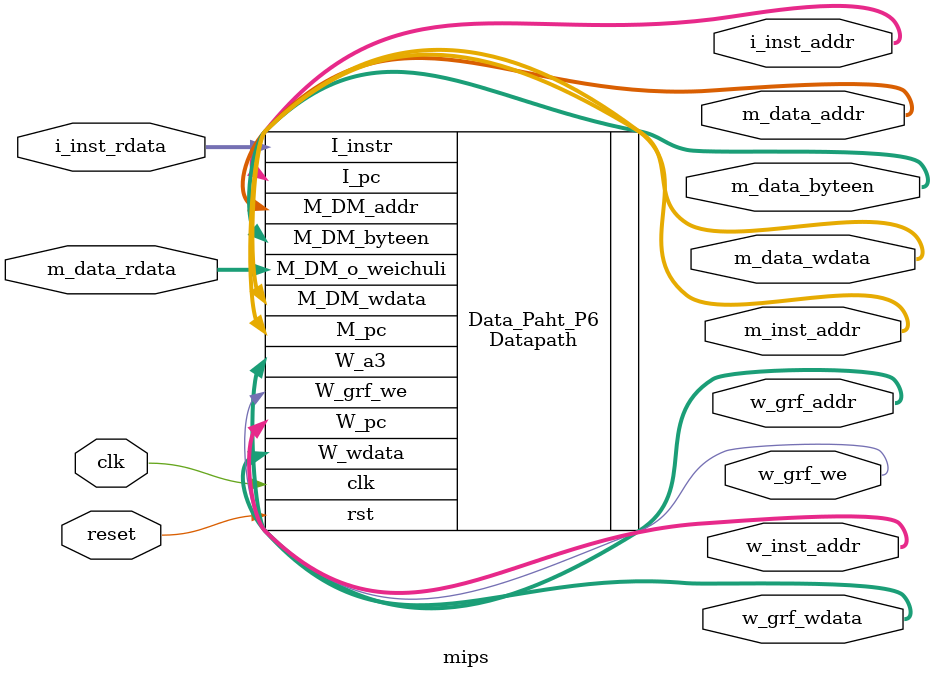
<source format=v>
`timescale 1ns / 1ps

module mips(
    input wire clk,
    input wire reset,
    input wire [31:0] i_inst_rdata,
    input wire [31:0] m_data_rdata,
	 
    output wire [31:0] i_inst_addr,
    output wire [31:0] m_data_addr,
    output wire [31:0] m_data_wdata,
    output wire [3 :0] m_data_byteen,
    output wire [31:0] m_inst_addr,
    output wire w_grf_we,
    output wire [4:0] w_grf_addr,
    output wire [31:0] w_grf_wdata,
    output wire [31:0] w_inst_addr
);
    Datapath Data_Paht_P6 (
        .clk    (clk), 
        .rst    (reset), 
        .I_instr            (i_inst_rdata), 
        .M_DM_o_weichuli    (m_data_rdata), 

        .I_pc           (i_inst_addr), 
        .M_DM_addr      (m_data_addr), 
        .M_DM_wdata     (m_data_wdata), 
        .M_DM_byteen    (m_data_byteen), 
        .M_pc           (m_inst_addr), 
        .W_grf_we       (w_grf_we), 
        .W_a3           (w_grf_addr), 
        .W_wdata        (w_grf_wdata), 
        .W_pc           (w_inst_addr)
    );

endmodule

</source>
